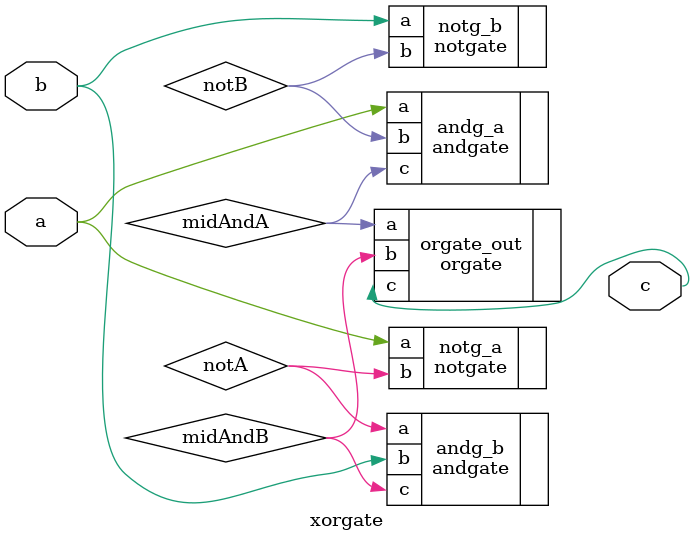
<source format=sv>
module xorgate (a,b,c);
  input logic a,b;
  output logic c;

  logic notA, notB;
  logic midAndA, midAndB; 

  notgate notg_a(
    .a(a), 
    .b(notA)
  );

  notgate notg_b(
    .a(b), 
    .b(notB)
  );

  andgate andg_a(
    .a(a), 
    .b(notB), 
    .c(midAndA)
  );

  andgate andg_b(
    .a(notA), 
    .b(b), 
    .c(midAndB)
  );
  
  orgate orgate_out(
    .a(midAndA), 
    .b(midAndB), 
    .c(c)
  );

endmodule
</source>
